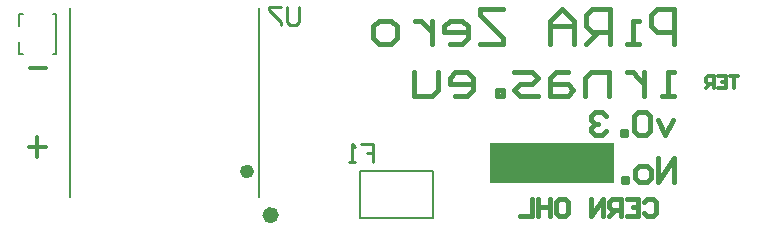
<source format=gbo>
G04 Layer_Color=32896*
%FSAX25Y25*%
%MOIN*%
G70*
G01*
G75*
%ADD44C,0.02362*%
%ADD45C,0.01181*%
%ADD47C,0.01000*%
%ADD79C,0.00787*%
%ADD120C,0.02756*%
%ADD121C,0.01575*%
%ADD122R,0.41339X0.13583*%
D44*
X0362543Y0315106D02*
G03*
X0362543Y0315106I-0001181J0000000D01*
G01*
D45*
X0291480Y0320028D02*
Y0326425D01*
X0288724Y0323276D02*
X0294433D01*
X0289216Y0349555D02*
X0294531D01*
X0525043Y0346896D02*
X0522420D01*
X0523731D01*
Y0342961D01*
X0518484Y0346896D02*
X0521108D01*
Y0342961D01*
X0518484D01*
X0521108Y0344929D02*
X0519796D01*
X0517172Y0342961D02*
Y0346896D01*
X0515204D01*
X0514548Y0346240D01*
Y0344929D01*
X0515204Y0344272D01*
X0517172D01*
X0515860D02*
X0514548Y0342961D01*
D47*
X0399489Y0324254D02*
X0403488D01*
Y0321255D01*
X0401489D01*
X0403488D01*
Y0318256D01*
X0397490D02*
X0395491D01*
X0396491D01*
Y0324254D01*
X0397490Y0323254D01*
X0378685Y0369923D02*
Y0364925D01*
X0377685Y0363925D01*
X0375686D01*
X0374686Y0364925D01*
Y0369923D01*
X0372687D02*
X0368688D01*
Y0368924D01*
X0372687Y0364925D01*
Y0363925D01*
D79*
X0302307Y0306445D02*
Y0369437D01*
X0365299Y0306445D02*
Y0369437D01*
X0398961Y0299457D02*
Y0315205D01*
Y0299457D02*
X0423370D01*
Y0315205D01*
X0398961D02*
X0423370D01*
X0285476Y0363630D02*
Y0367567D01*
X0286658D01*
X0285476Y0354181D02*
X0286658D01*
X0285476D02*
Y0358118D01*
X0296894Y0367567D02*
X0297681D01*
Y0354181D02*
Y0367567D01*
X0296894Y0354181D02*
X0297681D01*
D120*
X0370656Y0300539D02*
G03*
X0370656Y0300539I-0001419J0000000D01*
G01*
D121*
X0503882Y0357528D02*
Y0369335D01*
X0497978D01*
X0496010Y0367367D01*
Y0363431D01*
X0497978Y0361463D01*
X0503882D01*
X0492075Y0357528D02*
X0488139D01*
X0490107D01*
Y0365399D01*
X0492075D01*
X0482235Y0357528D02*
Y0369335D01*
X0476332D01*
X0474364Y0367367D01*
Y0363431D01*
X0476332Y0361463D01*
X0482235D01*
X0478300D02*
X0474364Y0357528D01*
X0470428D02*
Y0365399D01*
X0466492Y0369335D01*
X0462557Y0365399D01*
Y0357528D01*
Y0363431D01*
X0470428D01*
X0446814Y0369335D02*
X0438942D01*
Y0367367D01*
X0446814Y0359495D01*
Y0357528D01*
X0438942D01*
X0429103D02*
X0433039D01*
X0435007Y0359495D01*
Y0363431D01*
X0433039Y0365399D01*
X0429103D01*
X0427135Y0363431D01*
Y0361463D01*
X0435007D01*
X0423199Y0365399D02*
Y0357528D01*
Y0361463D01*
X0421232Y0363431D01*
X0419264Y0365399D01*
X0417296D01*
X0409424Y0357528D02*
X0405488D01*
X0403521Y0359495D01*
Y0363431D01*
X0405488Y0365399D01*
X0409424D01*
X0411392Y0363431D01*
Y0359495D01*
X0409424Y0357528D01*
X0503488Y0332362D02*
X0500864Y0327114D01*
X0498241Y0332362D01*
X0495617Y0333674D02*
X0494305Y0334986D01*
X0491681D01*
X0490369Y0333674D01*
Y0328426D01*
X0491681Y0327114D01*
X0494305D01*
X0495617Y0328426D01*
Y0333674D01*
X0487745Y0327114D02*
Y0328426D01*
X0486433D01*
Y0327114D01*
X0487745D01*
X0481186Y0333674D02*
X0479874Y0334986D01*
X0477250D01*
X0475938Y0333674D01*
Y0332362D01*
X0477250Y0331050D01*
X0478562D01*
X0477250D01*
X0475938Y0329738D01*
Y0328426D01*
X0477250Y0327114D01*
X0479874D01*
X0481186Y0328426D01*
X0503784Y0311563D02*
Y0319434D01*
X0498536Y0311563D01*
Y0319434D01*
X0494600Y0311563D02*
X0491976D01*
X0490664Y0312875D01*
Y0315499D01*
X0491976Y0316811D01*
X0494600D01*
X0495912Y0315499D01*
Y0312875D01*
X0494600Y0311563D01*
X0488040D02*
Y0312875D01*
X0486729D01*
Y0311563D01*
X0488040D01*
X0503685Y0340303D02*
X0499749D01*
X0501717D01*
Y0348175D01*
X0503685D01*
X0493846D02*
Y0340303D01*
Y0344239D01*
X0491878Y0346207D01*
X0489910Y0348175D01*
X0487942D01*
X0482038Y0340303D02*
Y0348175D01*
X0476135D01*
X0474167Y0346207D01*
Y0340303D01*
X0468263Y0348175D02*
X0464328D01*
X0462360Y0346207D01*
Y0340303D01*
X0468263D01*
X0470231Y0342271D01*
X0468263Y0344239D01*
X0462360D01*
X0458424Y0340303D02*
X0452521D01*
X0450553Y0342271D01*
X0452521Y0344239D01*
X0456456D01*
X0458424Y0346207D01*
X0456456Y0348175D01*
X0450553D01*
X0446617Y0340303D02*
Y0342271D01*
X0444649D01*
Y0340303D01*
X0446617D01*
X0430874D02*
X0434810D01*
X0436778Y0342271D01*
Y0346207D01*
X0434810Y0348175D01*
X0430874D01*
X0428906Y0346207D01*
Y0344239D01*
X0436778D01*
X0424970Y0348175D02*
Y0342271D01*
X0423002Y0340303D01*
X0417099D01*
Y0348175D01*
X0493844Y0305065D02*
X0494828Y0306049D01*
X0496796D01*
X0497780Y0305065D01*
Y0301130D01*
X0496796Y0300146D01*
X0494828D01*
X0493844Y0301130D01*
X0487940Y0306049D02*
X0491876D01*
Y0300146D01*
X0487940D01*
X0491876Y0303098D02*
X0489908D01*
X0485972Y0300146D02*
Y0306049D01*
X0483020D01*
X0482037Y0305065D01*
Y0303098D01*
X0483020Y0302114D01*
X0485972D01*
X0484004D02*
X0482037Y0300146D01*
X0480069D02*
Y0306049D01*
X0476133Y0300146D01*
Y0306049D01*
X0465310D02*
X0467278D01*
X0468261Y0305065D01*
Y0301130D01*
X0467278Y0300146D01*
X0465310D01*
X0464326Y0301130D01*
Y0305065D01*
X0465310Y0306049D01*
X0462358D02*
Y0300146D01*
Y0303098D01*
X0458422D01*
Y0306049D01*
Y0300146D01*
X0456454Y0306049D02*
Y0300146D01*
X0452519D01*
D122*
X0463035Y0317764D02*
D03*
M02*

</source>
